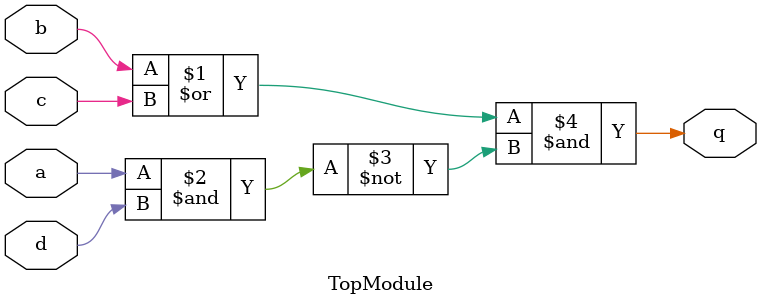
<source format=sv>
module TopModule(
    input wire a,
    input wire b,
    input wire c,
    input wire d,
    output wire q
);

    assign q = (b | c) & ~(a & d);

endmodule
</source>
